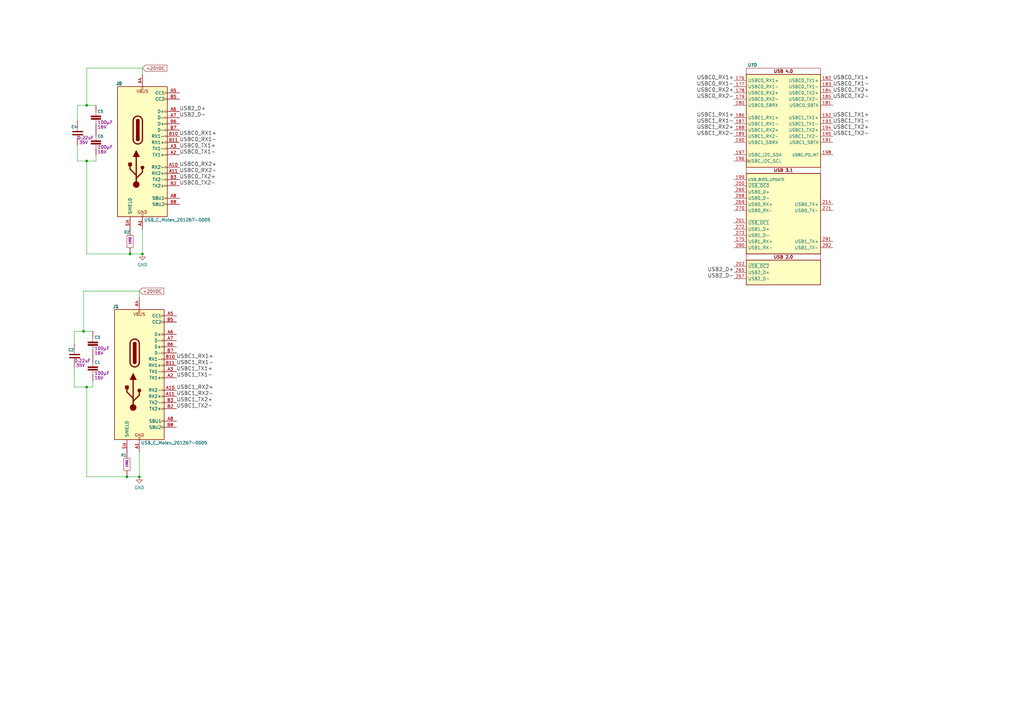
<source format=kicad_sch>
(kicad_sch (version 20230121) (generator eeschema)
  (paper "A3")
  (title_block (date "2023-05-06") (rev "A-A"))
  (junction (at 35.56 66.04))
  (junction (at 57.15 195.58))
  (junction (at 35.56 158.75))
  (junction (at 52.07 195.58))
  (junction (at 34.29 135.89))
  (junction (at 58.42 104.14))
  (junction (at 53.34 104.14))
  (junction (at 35.56 43.18))
  (wire (pts (xy 39.37 43.18) (xy 35.56 43.18)))
  (wire (pts (xy 35.56 158.75) (xy 35.56 195.58)))
  (wire (pts (xy 35.56 66.04) (xy 39.37 66.04)))
  (wire (pts (xy 38.1 135.89) (xy 34.29 135.89)))
  (wire (pts (xy 39.37 66.04) (xy 39.37 63.5)))
  (wire (pts (xy 35.56 104.14) (xy 53.34 104.14)))
  (wire (pts (xy 38.1 158.75) (xy 38.1 156.21)))
  (wire (pts (xy 57.15 119.38) (xy 57.15 121.92)))
  (wire (pts (xy 53.34 104.14) (xy 58.42 104.14)))
  (wire (pts (xy 35.56 158.75) (xy 38.1 158.75)))
  (wire (pts (xy 35.56 27.94) (xy 35.56 43.18)))
  (wire (pts (xy 57.15 119.38) (xy 34.29 119.38)))
  (wire (pts (xy 31.75 66.04) (xy 35.56 66.04)))
  (wire (pts (xy 30.48 158.75) (xy 35.56 158.75)))
  (wire (pts (xy 58.42 27.94) (xy 35.56 27.94)))
  (wire (pts (xy 58.42 27.94) (xy 58.42 30.48)))
  (wire (pts (xy 30.48 135.89) (xy 34.29 135.89)))
  (wire (pts (xy 58.42 93.98) (xy 58.42 104.14)))
  (wire (pts (xy 31.75 43.18) (xy 35.56 43.18)))
  (wire (pts (xy 52.07 195.58) (xy 57.15 195.58)))
  (wire (pts (xy 31.75 59.69) (xy 31.75 66.04)))
  (wire (pts (xy 34.29 119.38) (xy 34.29 135.89)))
  (wire (pts (xy 35.56 66.04) (xy 35.56 104.14)))
  (wire (pts (xy 57.15 185.42) (xy 57.15 195.58)))
  (wire (pts (xy 30.48 135.89) (xy 30.48 140.97)))
  (wire (pts (xy 30.48 151.13) (xy 30.48 158.75)))
  (wire (pts (xy 35.56 195.58) (xy 52.07 195.58)))
  (wire (pts (xy 31.75 43.18) (xy 31.75 49.53)))
  (label "USBC1_TX1+" (at 72.39 152.4 0) (effects (font (size 1.524 1.524))))
  (label "USBC0_RX1+" (at 73.66 55.88 0) (effects (font (size 1.524 1.524))))
  (label "USBC1_RX1+" (at 300.99 48.26 180) (effects (font (size 1.524 1.524))))
  (label "USBC1_TX1-" (at 72.39 154.94 0) (effects (font (size 1.524 1.524))))
  (label "USBC0_TX1+" (at 73.66 60.96 0) (effects (font (size 1.524 1.524))))
  (label "USBC1_TX2-" (at 341.63 55.88 0) (effects (font (size 1.524 1.524))))
  (label "USBC0_RX2+" (at 300.99 38.1 180) (effects (font (size 1.524 1.524))))
  (label "USBC1_RX2+" (at 72.39 160.02 0) (effects (font (size 1.524 1.524))))
  (label "USBC1_TX2-" (at 72.39 167.64 0) (effects (font (size 1.524 1.524))))
  (label "USBC1_TX2+" (at 341.63 53.34 0) (effects (font (size 1.524 1.524))))
  (label "USBC1_RX1-" (at 300.99 50.8 180) (effects (font (size 1.524 1.524))))
  (label "USBC1_RX2+" (at 300.99 53.34 180) (effects (font (size 1.524 1.524))))
  (label "USBC1_RX1+" (at 72.39 147.32 0) (effects (font (size 1.524 1.524))))
  (label "USBC0_RX1-" (at 300.99 35.56 180) (effects (font (size 1.524 1.524))))
  (label "USBC0_TX2+" (at 73.66 73.66 0) (effects (font (size 1.524 1.524))))
  (label "USBC0_RX1+" (at 300.99 33.02 180) (effects (font (size 1.524 1.524))))
  (label "USBC0_TX2-" (at 73.66 76.2 0) (effects (font (size 1.524 1.524))))
  (label "USBC0_TX1+" (at 341.63 33.02 0) (effects (font (size 1.524 1.524))))
  (label "USB2_D+" (at 73.66 45.72 0) (effects (font (size 1.524 1.524))))
  (label "USBC0_TX2+" (at 341.63 38.1 0) (effects (font (size 1.524 1.524))))
  (label "USBC0_TX1-" (at 73.66 63.5 0) (effects (font (size 1.524 1.524))))
  (label "USBC1_TX1+" (at 341.63 48.26 0) (effects (font (size 1.524 1.524))))
  (label "USBC1_TX1-" (at 341.63 50.8 0) (effects (font (size 1.524 1.524))))
  (label "USBC0_TX1-" (at 341.63 35.56 0) (effects (font (size 1.524 1.524))))
  (label "USBC0_RX2-" (at 73.66 71.12 0) (effects (font (size 1.524 1.524))))
  (label "USBC0_RX2+" (at 73.66 68.58 0) (effects (font (size 1.524 1.524))))
  (label "USBC1_RX2-" (at 72.39 162.56 0) (effects (font (size 1.524 1.524))))
  (label "USB2_D+" (at 300.99 111.76 180) (effects (font (size 1.524 1.524))))
  (label "USBC1_TX2+" (at 72.39 165.1 0) (effects (font (size 1.524 1.524))))
  (label "USB2_D-" (at 300.99 114.3 180) (effects (font (size 1.524 1.524))))
  (label "USBC0_TX2-" (at 341.63 40.64 0) (effects (font (size 1.524 1.524))))
  (label "USBC0_RX1-" (at 73.66 58.42 0) (effects (font (size 1.524 1.524))))
  (label "USBC1_RX1-" (at 72.39 149.86 0) (effects (font (size 1.524 1.524))))
  (label "USBC1_RX2-" (at 300.99 55.88 180) (effects (font (size 1.524 1.524))))
  (label "USB2_D-" (at 73.66 48.26 0) (effects (font (size 1.524 1.524))))
  (label "USBC0_RX2-" (at 300.99 40.64 180) (effects (font (size 1.524 1.524))))
  (global_label "+20VDC" (shape input) (at 58.42 27.94 0) (property "Intersheetrefs" "${INTERSHEET_REFS}" (effects hide)))
  (global_label "+20VDC" (shape input) (at 57.15 119.38 0) (property "Intersheetrefs" "${INTERSHEET_REFS}" (effects hide)))
  (symbol (lib_id "LRJ-parts:USB_C_Molex_201267-0005") (at 57.15 154.94 0) (mirror y) (unit 1)
    (property "Reference" "J1" (at 48.895 125.73 0) (effects (font bold) (justify left)))
    (property "Value" "USB_C_Molex_201267-0005" (at 85.09 181.61 0) (effects (justify left)))
    (property "Footprint" "LRJ:USB-C_Receptacle_2012670005" (effects hide))
    (property "Datasheet" "https://www.molex.com/pdm_docs/sd/2012670005_sd.pdf" (effects hide))
    (property "Manufacturer" "Molex" (effects hide))
    (property "Type" "Hybrid" (effects hide))
    (property "Voltage rating" "30V" (effects hide))
    (property "Current rating" "5A" (effects hide))
    (property "Description" "USB Connector, 24-pin Type C, SMT, Receptacle, 30V, 5A" (effects hide))
    (property "MPN" "201267-0005" (effects hide))
    (property "Sim.Enable" "0" (effects hide))
  )
  (symbol (lib_id "LRJ-parts:R_ERJ-3GEYJ105V") (at 52.07 190.5 90) (unit 1)
    (property "Reference" "R1" (at 49.53 186.69 90) (effects (font (size 1.143 1.143)) (justify right)))
    (property "Value" "R_ERJ-3GEYJ105V" (effects hide))
    (property "Footprint" "Resistor_SMD:R_0603_1608Metric" (effects hide))
    (property "Datasheet" "https://industrial.panasonic.com/ww/products/pt/general-purpose-chip-resistors/models/ERJ3GEYJ105V" (effects hide))
    (property "Manufacturer" "Panasonic Electronic Components" (effects hide))
    (property "MPN" "ERJ-3GEYJ105V" (effects hide))
    (property "Resistance" "1MΩ" (at 52.07 188.595 0) (effects (font (size 0.889 0.889)) (justify right)))
    (property "Voltage rating" "75V" (effects hide))
    (property "Operating Temperature " " -55°C to +155°C" (effects hide))
    (property "Status" "Active" (effects hide))
    (property "Mounting type" "SMD" (effects hide))
  )
  (symbol (lib_id "LRJ-parts:R_ERJ-3GEYJ105V") (at 53.34 99.06 90) (unit 1)
    (property "Reference" "R2" (at 50.8 95.25 90) (effects (font (size 1.143 1.143)) (justify right)))
    (property "Value" "R_ERJ-3GEYJ105V" (effects hide))
    (property "Footprint" "Resistor_SMD:R_0603_1608Metric" (effects hide))
    (property "Datasheet" "https://industrial.panasonic.com/ww/products/pt/general-purpose-chip-resistors/models/ERJ3GEYJ105V" (effects hide))
    (property "Manufacturer" "Panasonic Electronic Components" (effects hide))
    (property "MPN" "ERJ-3GEYJ105V" (effects hide))
    (property "Resistance" "1MΩ" (at 53.34 97.155 0) (effects (font (size 0.889 0.889)) (justify right)))
    (property "Voltage rating" "75V" (effects hide))
    (property "Operating Temperature " " -55°C to +155°C" (effects hide))
    (property "Status" "Active" (effects hide))
    (property "Mounting type" "SMD" (effects hide))
  )
  (symbol (lib_id "LRJ-parts:USB_C_Molex_201267-0005") (at 58.42 63.5 0) (mirror y) (unit 1)
    (property "Reference" "J0" (at 50.165 34.29 0) (effects (font bold) (justify left)))
    (property "Value" "USB_C_Molex_201267-0005" (at 86.36 90.17 0) (effects (justify left)))
    (property "Footprint" "LRJ:USB-C_Receptacle_2012670005" (effects hide))
    (property "Datasheet" "https://www.molex.com/pdm_docs/sd/2012670005_sd.pdf" (effects hide))
    (property "Manufacturer" "Molex" (effects hide))
    (property "Type" "Hybrid" (effects hide))
    (property "Voltage rating" "30V" (effects hide))
    (property "Current rating" "5A" (effects hide))
    (property "Description" "USB Connector, 24-pin Type C, SMT, Receptacle, 30V, 5A" (effects hide))
    (property "MPN" "201267-0005" (effects hide))
    (property "Sim.Enable" "0" (effects hide))
  )
  (symbol (lib_id "LRJ-parts:AMD_Z1_extreme_testpins") (at 321.31 71.12 0) (unit 4)
    (property "Reference" "U?" (at 308.61 26.67 0) (effects (font bold)))
    (property "Value" "Z1 extreme" (at 311.15 -17.78 0))
    (property "Footprint" "LRJ:Package_BGA_FP8" (effects hide))
    (property "Manufacturer" "Advanced Micro Devices" (effects hide))
    (property "MPN" "100-000001131" (effects hide))
    (property "Details" "https://en.wikichip.org/wiki/amd/packages/socket_am5#Package_Diagrams" (effects hide))
    (property "Sim.Enable" "0" (effects hide))
    (instances (project "FP8-testboard-AA" (path "" (reference "U?") (unit 4)) (path "" (reference "U1") (unit 4)) (path "" (reference "U1") (unit 4))))
  )
  (symbol (lib_id "LRJ-parts:C_EMK325ABJ107MM") (at 39.37 58.42 0) (unit 1)
    (property "Reference" "C6" (at 40.005 55.88 0) (effects (font (size 1.143 1.143)) (justify left)))
    (property "Value" "C_CC1210MKX5R7BB107" (effects hide))
    (property "Footprint" "Capacitor_SMD:C_1210_3225Metric" (effects hide))
    (property "Datasheet" "https://www.yageo.com/upload/media/product/products/datasheet/mlcc/UPY-GPHC_X5R_4V-to-50V_27.pdf" (effects hide))
    (property "Manufacturer" "Yageo" (effects hide))
    (property "MPN" "CC1210MKX5R7BB107" (effects hide))
    (property "Capacity" "100µF" (at 40.005 60.325 0) (effects (justify left)))
    (property "Voltage rating" "16V" (at 40.005 62.23 0) (effects (justify left)))
    (property "Temperature Coefficient" "X5R" (effects hide))
    (property "Tolerance" "±20%" (effects hide))
    (property "Status" "Active" (effects hide))
    (property "Mounting type" "SMD" (effects hide))
    (property "Operating Temperature" " -55°C to +85°C " (effects hide))
  )
  (symbol (lib_id "LRJ-parts:C_EMK325ABJ107MM") (at 38.1 151.13 0) (unit 1)
    (property "Reference" "C1" (at 38.735 148.59 0) (effects (font (size 1.143 1.143)) (justify left)))
    (property "Value" "C_CC1210MKX5R7BB107" (effects hide))
    (property "Footprint" "Capacitor_SMD:C_1210_3225Metric" (effects hide))
    (property "Datasheet" "https://www.yageo.com/upload/media/product/products/datasheet/mlcc/UPY-GPHC_X5R_4V-to-50V_27.pdf" (effects hide))
    (property "Manufacturer" "Yageo" (effects hide))
    (property "MPN" "CC1210MKX5R7BB107" (effects hide))
    (property "Capacity" "100µF" (at 38.735 153.035 0) (effects (justify left)))
    (property "Voltage rating" "16V" (at 38.735 154.94 0) (effects (justify left)))
    (property "Temperature Coefficient" "X5R" (effects hide))
    (property "Tolerance" "±20%" (effects hide))
    (property "Status" "Active" (effects hide))
    (property "Mounting type" "SMD" (effects hide))
    (property "Operating Temperature" " -55°C to +85°C " (effects hide))
  )
  (symbol (lib_id "power:GND") (at 58.42 104.14 0) (mirror y) (unit 1)
    (property "Reference" "#PWR04" (effects hide))
    (property "Value" "GND" (at 58.42 108.585 0))
  )
  (symbol (lib_id "LRJ-parts:C_EMK325ABJ107MM") (at 38.1 140.97 0) (unit 1)
    (property "Reference" "C3" (at 38.735 138.43 0) (effects (font (size 1.143 1.143)) (justify left)))
    (property "Value" "C_CC1210MKX5R7BB107" (effects hide))
    (property "Footprint" "Capacitor_SMD:C_1210_3225Metric" (effects hide))
    (property "Datasheet" "https://www.yageo.com/upload/media/product/products/datasheet/mlcc/UPY-GPHC_X5R_4V-to-50V_27.pdf" (effects hide))
    (property "Manufacturer" "Yageo" (effects hide))
    (property "MPN" "CC1210MKX5R7BB107" (effects hide))
    (property "Capacity" "100µF" (at 38.735 142.875 0) (effects (justify left)))
    (property "Voltage rating" "16V" (at 38.735 144.78 0) (effects (justify left)))
    (property "Temperature Coefficient" "X5R" (effects hide))
    (property "Tolerance" "±20%" (effects hide))
    (property "Status" "Active" (effects hide))
    (property "Mounting type" "SMD" (effects hide))
    (property "Operating Temperature" " -55°C to +85°C " (effects hide))
  )
  (symbol (lib_id "LRJ-parts:C_CGA2B1X7R1V224K") (at 31.75 54.61 0) (unit 1)
    (property "Reference" "C4" (at 29.21 52.07 0) (effects (font (size 1.143 1.143)) (justify left)))
    (property "Value" "C_CGA2B1X7R1V224K" (effects hide))
    (property "Footprint" "Capacitor_SMD:C_0402_1005Metric" (effects hide))
    (property "Datasheet" "https://product.tdk.com/system/files/dam/doc/product/capacitor/ceramic/mlcc/catalog/mlcc_automotive_general_en.pdf" (effects hide))
    (property "Manufacturer" "TDK Corporation" (effects hide))
    (property "MPN" "CGA2B1X7R1V224K050BC" (effects hide))
    (property "Capacitance" "0.22uF" (at 31.75 56.515 0) (effects (justify left)))
    (property "Voltage rating" "35V" (at 32.385 58.42 0) (effects (justify left)))
    (property "Tolerance" "±10% " (effects hide))
    (property "Temperature Coefficient " "X7S" (effects hide))
    (property "Operating Temperature" "-55°C to +125°C " (effects hide))
    (property "Status" "Active" (effects hide))
  )
  (symbol (lib_id "power:GND") (at 57.15 195.58 0) (mirror y) (unit 1)
    (property "Reference" "#PWR03" (effects hide))
    (property "Value" "GND" (at 57.15 200.025 0))
  )
  (symbol (lib_id "LRJ-parts:C_CGA2B1X7R1V224K") (at 30.48 146.05 0) (unit 1)
    (property "Reference" "C2" (at 27.94 143.51 0) (effects (font (size 1.143 1.143)) (justify left)))
    (property "Value" "C_CGA2B1X7R1V224K" (effects hide))
    (property "Footprint" "Capacitor_SMD:C_0402_1005Metric" (effects hide))
    (property "Datasheet" "https://product.tdk.com/system/files/dam/doc/product/capacitor/ceramic/mlcc/catalog/mlcc_automotive_general_en.pdf" (effects hide))
    (property "Manufacturer" "TDK Corporation" (effects hide))
    (property "MPN" "CGA2B1X7R1V224K050BC" (effects hide))
    (property "Capacitance" "0.22uF" (at 30.48 147.955 0) (effects (justify left)))
    (property "Voltage rating" "35V" (at 31.115 149.86 0) (effects (justify left)))
    (property "Tolerance" "±10% " (effects hide))
    (property "Temperature Coefficient " "X7S" (effects hide))
    (property "Operating Temperature" "-55°C to +125°C " (effects hide))
    (property "Status" "Active" (effects hide))
  )
  (symbol (lib_id "LRJ-parts:C_EMK325ABJ107MM") (at 39.37 48.26 0) (unit 1)
    (property "Reference" "C5" (at 40.005 45.72 0) (effects (font (size 1.143 1.143)) (justify left)))
    (property "Value" "C_CC1210MKX5R7BB107" (effects hide))
    (property "Footprint" "Capacitor_SMD:C_1210_3225Metric" (effects hide))
    (property "Datasheet" "https://www.yageo.com/upload/media/product/products/datasheet/mlcc/UPY-GPHC_X5R_4V-to-50V_27.pdf" (effects hide))
    (property "Manufacturer" "Yageo" (effects hide))
    (property "MPN" "CC1210MKX5R7BB107" (effects hide))
    (property "Capacity" "100µF" (at 40.005 50.165 0) (effects (justify left)))
    (property "Voltage rating" "16V" (at 40.005 52.07 0) (effects (justify left)))
    (property "Temperature Coefficient" "X5R" (effects hide))
    (property "Tolerance" "±20%" (effects hide))
    (property "Status" "Active" (effects hide))
    (property "Mounting type" "SMD" (effects hide))
    (property "Operating Temperature" " -55°C to +85°C " (effects hide))
  )
)
</source>
